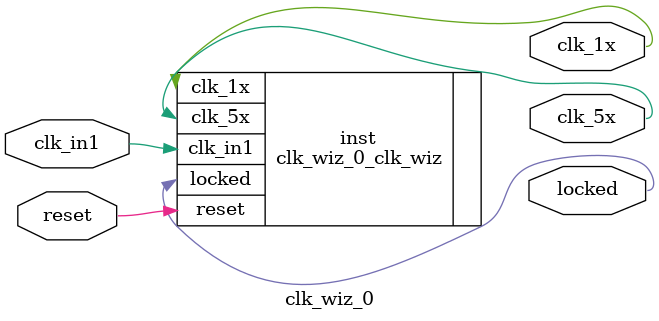
<source format=v>


`timescale 1ps/1ps

(* CORE_GENERATION_INFO = "clk_wiz_0,clk_wiz_v6_0_12_0_0,{component_name=clk_wiz_0,use_phase_alignment=true,use_min_o_jitter=false,use_max_i_jitter=false,use_dyn_phase_shift=false,use_inclk_switchover=false,use_dyn_reconfig=false,enable_axi=0,feedback_source=FDBK_AUTO,PRIMITIVE=PLL,num_out_clk=2,clkin1_period=20.000,clkin2_period=10.0,use_power_down=false,use_reset=true,use_locked=true,use_inclk_stopped=false,feedback_type=SINGLE,CLOCK_MGR_TYPE=NA,manual_override=false}" *)

module clk_wiz_0 
 (
  // Clock out ports
  output        clk_1x,
  output        clk_5x,
  // Status and control signals
  input         reset,
  output        locked,
 // Clock in ports
  input         clk_in1
 );

  clk_wiz_0_clk_wiz inst
  (
  // Clock out ports  
  .clk_1x(clk_1x),
  .clk_5x(clk_5x),
  // Status and control signals               
  .reset(reset), 
  .locked(locked),
 // Clock in ports
  .clk_in1(clk_in1)
  );

endmodule

</source>
